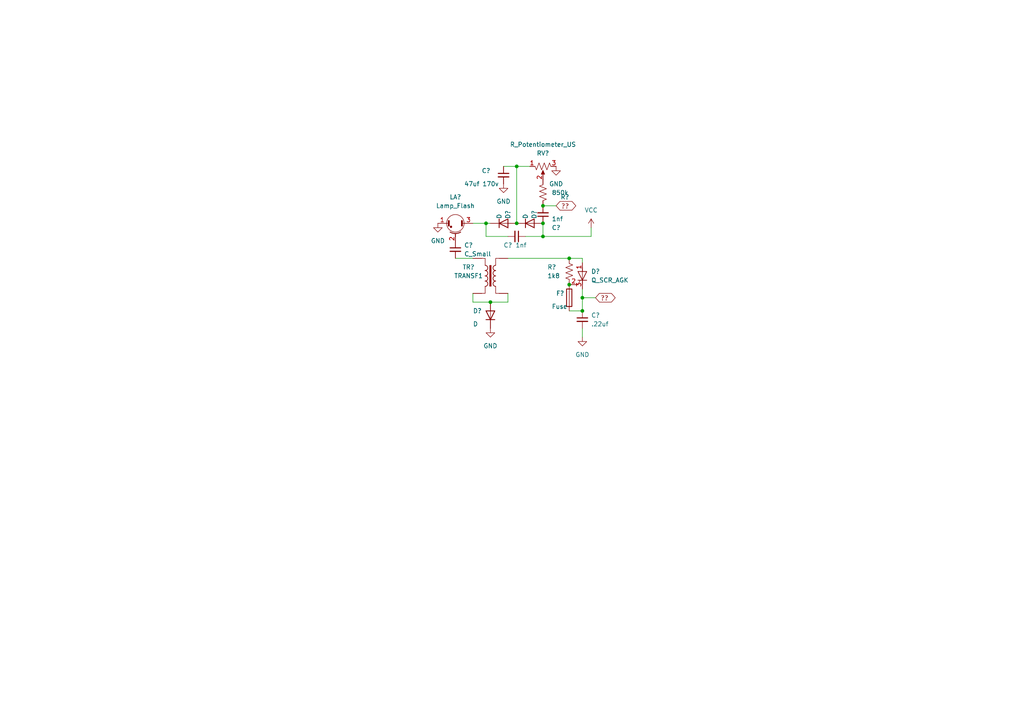
<source format=kicad_sch>
(kicad_sch (version 20211123) (generator eeschema)
  (paper "A4")
  (lib_symbols
    (symbol "Device:C_Small" (pin_numbers hide) (pin_names (offset 0.254) hide)
      (property "Reference" "C" (at 0.254 1.778 0))
      (property "Value" "C_Small" (at 0.254 -2.032 0))
      (symbol "C_Small_0_1"
        (polyline (pts (xy -1.524 -0.508) (xy 1.524 -0.508)) (stroke (width 0.3302)))
        (polyline (pts (xy -1.524 0.508) (xy 1.524 0.508)) (stroke (width 0.3048)))
      )
      (symbol "C_Small_1_1"
        (pin passive line (at 0 2.54 270) (length 2.032) (name "~") (number "1"))
        (pin passive line (at 0 -2.54 90) (length 2.032) (name "~") (number "2"))
      )
    )
    (symbol "Device:D" (pin_numbers hide) (pin_names (offset 1.016) hide)
      (property "Reference" "D" (at 0 2.54 0))
      (property "Value" "D" (at 0 -2.54 0))
      (symbol "D_0_1"
        (polyline (pts (xy -1.27 1.27) (xy -1.27 -1.27)) (stroke (width 0.254)))
        (polyline (pts (xy 1.27 0) (xy -1.27 0)))
        (polyline (pts (xy 1.27 1.27) (xy 1.27 -1.27) (xy -1.27 0) (xy 1.27 1.27)) (stroke (width 0.254)))
      )
      (symbol "D_1_1"
        (pin passive line (at -3.81 0 0) (length 2.54) (name "K") (number "1"))
        (pin passive line (at 3.81 0 180) (length 2.54) (name "A") (number "2"))
      )
    )
    (symbol "Device:Fuse" (pin_numbers hide) (pin_names (offset 0))
      (property "Reference" "F" (at 2.032 0 90))
      (property "Value" "Fuse" (at -1.905 0 90))
      (symbol "Fuse_0_1"
        (rectangle (start -0.762 -2.54) (end 0.762 2.54) (stroke (width 0.254)))
        (polyline (pts (xy 0 2.54) (xy 0 -2.54)))
      )
      (symbol "Fuse_1_1"
        (pin passive line (at 0 3.81 270) (length 1.27) (name "~") (number "1"))
        (pin passive line (at 0 -3.81 90) (length 1.27) (name "~") (number "2"))
      )
    )
    (symbol "Device:Lamp_Flash" (pin_names (offset 0.0254) hide)
      (property "Reference" "LA" (at 0.635 3.81 0))
      (property "Value" "Lamp_Flash" (at 0.635 -3.81 0))
      (symbol "Lamp_Flash_0_0"
        (rectangle (start -0.762 -1.778) (end 0.762 -2.032) (stroke (width 0.254)) (fill (type outline)))
        (rectangle (start -0.762 2.032) (end 0.762 1.778) (stroke (width 0.254)) (fill (type outline)))
        (polyline (pts (xy 3.048 0) (xy 3.81 0)) (stroke (width 0.254)))
        (arc (start 2.54 -1.524) (mid 2.9621 0) (end 2.54 1.524) (stroke (width 0.254)))
      )
      (symbol "Lamp_Flash_0_1"
        (polyline (pts (xy 0 -2.54) (xy 0 -2.032)))
        (polyline (pts (xy 0 2.54) (xy 0 2.032)))
        (circle (center 0 0) (radius 2.54))
        (circle (center 1.016 -1.27) (radius 0.254) (fill (type outline)))
      )
      (symbol "Lamp_Flash_1_1"
        (pin passive line (at 0 -5.08 90) (length 2.54) (name "~") (number "1"))
        (pin passive line (at 5.08 0 180) (length 1.27) (name "~") (number "2"))
        (pin passive line (at 0 5.08 270) (length 2.54) (name "~") (number "3"))
      )
    )
    (symbol "Device:Q_SCR_AGK" (pin_names (offset 0) hide)
      (property "Reference" "D" (at 1.905 0.635 0))
      (property "Value" "Q_SCR_AGK" (at 1.905 -1.27 0))
      (symbol "Q_SCR_AGK_0_1"
        (polyline (pts (xy -1.27 -2.54) (xy -0.635 -1.27)))
        (polyline (pts (xy -1.27 -1.27) (xy 1.27 -1.27)) (stroke (width 0.2032)))
        (polyline (pts (xy 0 -2.54) (xy 0 2.54)))
        (polyline (pts (xy -1.27 1.27) (xy 1.27 1.27) (xy 0 -1.27) (xy -1.27 1.27)) (stroke (width 0.2032)))
      )
      (symbol "Q_SCR_AGK_1_1"
        (pin passive line (at 0 3.81 270) (length 2.54) (name "A") (number "1"))
        (pin input line (at -3.81 -2.54 0) (length 2.54) (name "G") (number "2"))
        (pin passive line (at 0 -3.81 90) (length 2.54) (name "K") (number "3"))
      )
    )
    (symbol "Device:R_Potentiometer_US" (pin_names (offset 1.016) hide)
      (property "Reference" "RV" (at -4.445 0 90))
      (property "Value" "R_Potentiometer_US" (at -2.54 0 90))
      (symbol "R_Potentiometer_US_0_1"
        (polyline (pts (xy 0 -2.286) (xy 0 -2.54)))
        (polyline (pts (xy 0 2.54) (xy 0 2.286)))
        (polyline (pts (xy 2.54 0) (xy 1.524 0)))
        (polyline (pts (xy 1.143 0) (xy 2.286 0.508) (xy 2.286 -0.508) (xy 1.143 0)) (fill (type outline)))
        (polyline (pts (xy 0 -0.762) (xy 1.016 -1.143) (xy 0 -1.524) (xy -1.016 -1.905) (xy 0 -2.286)))
        (polyline (pts (xy 0 0.762) (xy 1.016 0.381) (xy 0 0) (xy -1.016 -0.381) (xy 0 -0.762)))
        (polyline (pts (xy 0 2.286) (xy 1.016 1.905) (xy 0 1.524) (xy -1.016 1.143) (xy 0 0.762)))
      )
      (symbol "R_Potentiometer_US_1_1"
        (pin passive line (at 0 3.81 270) (length 1.27) (name "1") (number "1"))
        (pin passive line (at 3.81 0 180) (length 1.27) (name "2") (number "2"))
        (pin passive line (at 0 -3.81 90) (length 1.27) (name "3") (number "3"))
      )
    )
    (symbol "Device:R_US" (pin_numbers hide) (pin_names (offset 0))
      (property "Reference" "R" (at 2.54 0 90))
      (property "Value" "R_US" (at -2.54 0 90))
      (symbol "R_US_0_1"
        (polyline (pts (xy 0 -2.286) (xy 0 -2.54)))
        (polyline (pts (xy 0 2.286) (xy 0 2.54)))
        (polyline (pts (xy 0 -0.762) (xy 1.016 -1.143) (xy 0 -1.524) (xy -1.016 -1.905) (xy 0 -2.286)))
        (polyline (pts (xy 0 0.762) (xy 1.016 0.381) (xy 0 0) (xy -1.016 -0.381) (xy 0 -0.762)))
        (polyline (pts (xy 0 2.286) (xy 1.016 1.905) (xy 0 1.524) (xy -1.016 1.143) (xy 0 0.762)))
      )
      (symbol "R_US_1_1"
        (pin passive line (at 0 3.81 270) (length 1.27) (name "~") (number "1"))
        (pin passive line (at 0 -3.81 90) (length 1.27) (name "~") (number "2"))
      )
    )
    (symbol "Transformer:TRANSF1" (pin_numbers hide) (pin_names (offset 0))
      (property "Reference" "TR" (at 0 6.35 0))
      (property "Value" "TRANSF1" (at 0 -6.35 0))
      (symbol "TRANSF1_0_1"
        (arc (start -1.524 -3.048) (mid -0.762 -2.286) (end -1.524 -1.524) (stroke (width 0.2032)))
        (arc (start -1.524 -1.524) (mid -0.762 -0.762) (end -1.524 0) (stroke (width 0.2032)))
        (arc (start -1.524 0) (mid -0.762 0.762) (end -1.524 1.524) (stroke (width 0.2032)))
        (arc (start -1.524 1.524) (mid -0.762 2.286) (end -1.524 3.048) (stroke (width 0.2032)))
        (rectangle (start -0.254 3.048) (end 0.254 -3.048) (stroke (width 0.0254)) (fill (type outline)))
        (polyline (pts (xy -2.54 5.08) (xy -1.524 5.08) (xy -1.524 3.048) (xy -1.524 3.048)) (stroke (width 0.1524)))
        (polyline (pts (xy -1.524 -3.048) (xy -1.524 -5.08) (xy -2.54 -5.08) (xy -2.54 -5.08)) (stroke (width 0.1524)))
        (polyline (pts (xy 1.524 3.048) (xy 1.524 5.08) (xy 2.54 5.08) (xy 2.54 5.08)) (stroke (width 0.1524)))
        (polyline (pts (xy 2.54 -5.08) (xy 1.524 -5.08) (xy 1.524 -3.048) (xy 1.524 -3.048)) (stroke (width 0.1524)))
        (arc (start 1.524 -1.524) (mid 0.762 -2.286) (end 1.524 -3.048) (stroke (width 0.2032)))
        (arc (start 1.524 0) (mid 0.762 -0.762) (end 1.524 -1.524) (stroke (width 0.2032)))
        (arc (start 1.524 1.524) (mid 0.762 0.762) (end 1.524 0) (stroke (width 0.2032)))
        (arc (start 1.524 3.048) (mid 0.762 2.286) (end 1.524 1.524) (stroke (width 0.2032)))
      )
      (symbol "TRANSF1_1_1"
        (pin passive line (at -5.08 5.08 0) (length 2.54) (name "~") (number "1"))
        (pin passive line (at -5.08 -5.08 0) (length 2.54) (name "~") (number "2"))
        (pin passive line (at 5.08 -5.08 180) (length 2.54) (name "~") (number "3"))
        (pin passive line (at 5.08 5.08 180) (length 2.54) (name "~") (number "4"))
      )
    )
    (symbol "power:GND" (power) (pin_names (offset 0))
      (property "Value" "GND" (at 0 -3.81 0))
      (symbol "GND_0_1"
        (polyline (pts (xy 0 0) (xy 0 -1.27) (xy 1.27 -1.27) (xy 0 -2.54) (xy -1.27 -1.27) (xy 0 -1.27)))
      )
      (symbol "GND_1_1"
        (pin power_in line (at 0 0 270) (length 0) hide (name "GND") (number "1"))
      )
    )
    (symbol "power:VCC" (power) (pin_names (offset 0))
      (property "Value" "VCC" (at 0 3.81 0))
      (symbol "VCC_0_1"
        (polyline (pts (xy -0.762 1.27) (xy 0 2.54)))
        (polyline (pts (xy 0 0) (xy 0 2.54)))
        (polyline (pts (xy 0 2.54) (xy 0.762 1.27)))
      )
      (symbol "VCC_1_1"
        (pin power_in line (at 0 0 90) (length 0) hide (name "VCC") (number "1"))
      )
    )
  )
  (junction (at 157.48 64.77))
  (junction (at 157.48 68.58))
  (junction (at 149.86 64.77))
  (junction (at 149.86 48.26))
  (junction (at 165.1 82.55))
  (junction (at 142.24 87.63))
  (junction (at 165.1 74.93))
  (junction (at 157.48 59.69))
  (junction (at 168.91 86.36))
  (junction (at 140.97 64.77))
  (junction (at 168.91 90.17))
  (wire (pts (xy 171.45 68.58) (xy 171.45 66.04)))
  (wire (pts (xy 147.32 87.63) (xy 142.24 87.63)))
  (wire (pts (xy 142.24 87.63) (xy 137.16 87.63)))
  (wire (pts (xy 157.48 68.58) (xy 152.4 68.58)))
  (wire (pts (xy 168.91 86.36) (xy 172.72 86.36)))
  (wire (pts (xy 165.1 90.17) (xy 168.91 90.17)))
  (wire (pts (xy 165.1 74.93) (xy 168.91 74.93)))
  (wire (pts (xy 146.05 48.26) (xy 149.86 48.26)))
  (wire (pts (xy 157.48 59.69) (xy 161.29 59.69)))
  (wire (pts (xy 137.16 87.63) (xy 137.16 85.09)))
  (wire (pts (xy 168.91 90.17) (xy 168.91 86.36)))
  (wire (pts (xy 147.32 85.09) (xy 147.32 87.63)))
  (wire (pts (xy 168.91 76.2) (xy 168.91 74.93)))
  (wire (pts (xy 149.86 64.77) (xy 149.86 48.26)))
  (wire (pts (xy 157.48 68.58) (xy 171.45 68.58)))
  (wire (pts (xy 140.97 68.58) (xy 140.97 64.77)))
  (wire (pts (xy 137.16 64.77) (xy 140.97 64.77)))
  (wire (pts (xy 168.91 86.36) (xy 168.91 83.82)))
  (wire (pts (xy 157.48 64.77) (xy 157.48 68.58)))
  (wire (pts (xy 168.91 97.79) (xy 168.91 95.25)))
  (wire (pts (xy 149.86 48.26) (xy 153.67 48.26)))
  (wire (pts (xy 147.32 68.58) (xy 140.97 68.58)))
  (wire (pts (xy 140.97 64.77) (xy 142.24 64.77)))
  (wire (pts (xy 137.16 74.93) (xy 132.08 74.93)))
  (wire (pts (xy 147.32 74.93) (xy 165.1 74.93)))
  (global_label "??" (shape bidirectional) (at 172.72 86.36 0) (property "Intersheet References" "${INTERSHEET_REFS}" (effects hide)))
  (global_label "??" (shape bidirectional) (at 161.29 59.69 0) (property "Intersheet References" "${INTERSHEET_REFS}" (effects hide)))
  (symbol (lib_id "Device:C_Small") (at 146.05 50.8 0) (unit 1)
    (property "Reference" "C?" (at 139.7 49.53 0) (effects (justify left)))
    (property "Value" "47uf 170v" (at 134.62 53.34 0) (effects (justify left)))
  )
  (symbol (lib_id "power:GND") (at 127 64.77 0) (unit 1)
    (property "Reference" "#PWR?" (effects hide))
    (property "Value" "GND" (at 127 69.85 0))
  )
  (symbol (lib_id "Device:Lamp_Flash") (at 132.08 64.77 270) (unit 1)
    (property "Reference" "LA?" (at 132.08 57.15 90))
    (property "Value" "Lamp_Flash" (at 132.08 59.69 90))
  )
  (symbol (lib_id "Device:C_Small") (at 149.86 68.58 270) (mirror x) (unit 1)
    (property "Reference" "C?" (at 147.32 71.12 90))
    (property "Value" "1nf" (at 151.13 71.12 90))
  )
  (symbol (lib_id "Device:R_US") (at 157.48 55.88 0) (mirror x) (unit 1)
    (property "Reference" "R?" (at 162.56 57.15 0) (effects (justify left)))
    (property "Value" "850k" (at 160.02 55.88 0) (effects (justify left)))
  )
  (symbol (lib_id "power:VCC") (at 171.45 66.04 0) (unit 1)
    (property "Reference" "#PWR?" (effects hide))
    (property "Value" "VCC" (at 171.45 60.96 0))
  )
  (symbol (lib_id "Device:D") (at 142.24 91.44 90) (unit 1)
    (property "Reference" "D?" (at 137.16 90.17 90) (effects (justify right)))
    (property "Value" "D" (at 137.16 93.98 90) (effects (justify right)))
  )
  (symbol (lib_id "power:GND") (at 168.91 97.79 0) (unit 1)
    (property "Reference" "#PWR?" (effects hide))
    (property "Value" "GND" (at 168.91 102.87 0))
  )
  (symbol (lib_id "Device:C_Small") (at 168.91 92.71 0) (unit 1)
    (property "Reference" "C?" (at 171.45 91.4462 0) (effects (justify left)))
    (property "Value" ".22uf" (at 171.45 93.9862 0) (effects (justify left)))
  )
  (symbol (lib_id "Device:C_Small") (at 132.08 72.39 0) (unit 1)
    (property "Reference" "C?" (at 134.62 71.1262 0) (effects (justify left)))
    (property "Value" "C_Small" (at 134.62 73.6662 0) (effects (justify left)))
  )
  (symbol (lib_id "Device:Fuse") (at 165.1 86.36 0) (unit 1)
    (property "Reference" "F?" (at 161.29 85.09 0) (effects (justify left)))
    (property "Value" "Fuse" (at 160.02 88.9 0) (effects (justify left)))
  )
  (symbol (lib_id "power:GND") (at 142.24 95.25 0) (unit 1)
    (property "Reference" "#PWR?" (effects hide))
    (property "Value" "GND" (at 142.24 100.33 0))
  )
  (symbol (lib_id "power:GND") (at 161.29 48.26 0) (unit 1)
    (property "Reference" "#PWR?" (effects hide))
    (property "Value" "GND" (at 161.29 53.34 0))
  )
  (symbol (lib_id "Device:D") (at 153.67 64.77 0) (mirror x) (unit 1)
    (property "Reference" "D?" (at 154.94 63.5 90) (effects (justify right)))
    (property "Value" "D" (at 152.4 63.5 90) (effects (justify right)))
  )
  (symbol (lib_id "Device:C_Small") (at 157.48 62.23 0) (mirror x) (unit 1)
    (property "Reference" "C?" (at 160.02 66.04 0) (effects (justify left)))
    (property "Value" "1nf" (at 160.02 63.5 0) (effects (justify left)))
  )
  (symbol (lib_id "power:GND") (at 146.05 53.34 0) (unit 1)
    (property "Reference" "#PWR?" (effects hide))
    (property "Value" "GND" (at 146.05 58.42 0))
  )
  (symbol (lib_id "Device:Q_SCR_AGK") (at 168.91 80.01 0) (unit 1)
    (property "Reference" "D?" (at 171.45 78.7399 0) (effects (justify left)))
    (property "Value" "Q_SCR_AGK" (at 171.45 81.2799 0) (effects (justify left)))
  )
  (symbol (lib_id "Device:R_US") (at 165.1 78.74 0) (unit 1)
    (property "Reference" "R?" (at 158.75 77.47 0) (effects (justify left)))
    (property "Value" "1k8" (at 158.75 80.01 0) (effects (justify left)))
  )
  (symbol (lib_id "Transformer:TRANSF1") (at 142.24 80.01 0) (unit 1)
    (property "Reference" "TR?" (at 135.89 77.47 0))
    (property "Value" "TRANSF1" (at 135.89 80.01 0))
  )
  (symbol (lib_id "Device:D") (at 146.05 64.77 0) (mirror x) (unit 1)
    (property "Reference" "D?" (at 147.32 63.5 90) (effects (justify right)))
    (property "Value" "D" (at 144.78 63.5 90) (effects (justify right)))
  )
  (symbol (lib_id "Device:R_Potentiometer_US") (at 157.48 48.26 90) (mirror x) (unit 1)
    (property "Reference" "RV?" (at 157.48 44.45 90))
    (property "Value" "R_Potentiometer_US" (at 157.48 41.91 90))
  )
)
</source>
